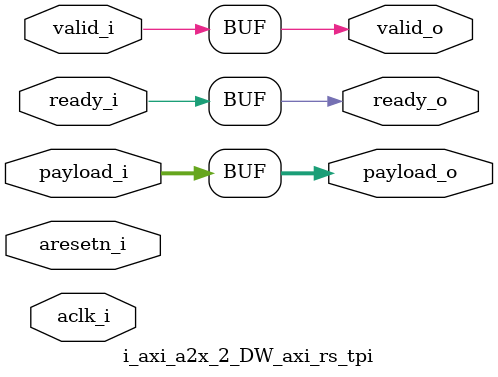
<source format=v>
/* --------------------------------------------------------------------
**
// ------------------------------------------------------------------------------
// 
// Copyright 2012 - 2023 Synopsys, INC.
// 
// This Synopsys IP and all associated documentation are proprietary to
// Synopsys, Inc. and may only be used pursuant to the terms and conditions of a
// written license agreement with Synopsys, Inc. All other use, reproduction,
// modification, or distribution of the Synopsys IP or the associated
// documentation is strictly prohibited.
// Inclusivity & Diversity - Visit SolvNetPlus to read the "Synopsys Statement on
//            Inclusivity and Diversity" (Refer to article 000036315 at
//                        https://solvnetplus.synopsys.com)
// 
// Component Name   : DW_axi_a2x
// Component Version: 2.06a
// Release Type     : GA
// Build ID         : 15.22.13.5
// ------------------------------------------------------------------------------

// 
// Release version :  2.06a
// File Version     :        $Revision: #7 $ 
// Revision: $Id: //dwh/DW_ocb/DW_axi_a2x/axi_dev_br/src/DW_axi_rs_tpi.v#7 $ 
**
** --------------------------------------------------------------------
**
** File     : DW_axi_rs_tpi.v
** Created  : 
** Abstract :
**
** --------------------------------------------------------------------
*/
`include "DW_axi_a2x_all_includes.vh"

module i_axi_a2x_2_DW_axi_rs_tpi (
 //inputs
  aclk_i,
  aresetn_i,
  valid_i,
  ready_i,
  payload_i,
  
 //outputs
  ready_o,
  valid_o,
  payload_o
);

  //parameters
  parameter TMO = 0; // 0 - pass through mode
                     // 1 - forward timing mode
                     // 2 - full timing mode
                     // 3 - backward timing mode
  parameter PLD_W = 32; // payload width

  // Timing mode Options
  localparam  RS_PSS_TMO = 0; 
  localparam  RS_FWD_TMO = 1; 
  localparam  RS_FUL_TMO = 2; 
  localparam  RS_BWD_TMO = 3; 

  //inputs
  input              aclk_i;    //clock
  input              aresetn_i; //reset
  input              ready_i;   //ready signal
  input              valid_i;   //valid signal
  input [PLD_W-1:0]  payload_i; //payload
  
  //outputs
  output             ready_o;
  output             valid_o;
  output [PLD_W-1:0] payload_o;

  wire             ready_o;
  wire             valid_o;
  wire [PLD_W-1:0] payload_o;
  
  generate if (TMO==1) begin: A_SP_PIPELINE 
  //////////////////////////////////////////////////////////////////////
  // forward timing mode
  // payload_i and valid_i have to be registered.
  //////////////////////////////////////////////////////////////////////
  reg              r_valid_fd;
  reg  [PLD_W-1:0] r_pld_fd;

  wire             s_ready_fd;
  wire             s_valid_fd;
  // wire [PLD_W-1:0] s_pld_fd;

  //--------------------------------------------------------------------
  //ready_o (s_ready_fd) generation
  //ready_o depends on ready_i and valid_o (r_valid_fd).
  //If valid_o low (no payload in register), ready_o should be high
  //which means the payload register can accept payload.
  //--------------------------------------------------------------------
  assign s_ready_fd = ready_i | (!r_valid_fd);

  
  //--------------------------------------------------------------------
  //valid_o (r_valid_fd) generation
  //valid_o depends on ready_o. If ready_o low (payload exists in the
  //register), keep previous value of valid_o.
  //--------------------------------------------------------------------
  assign s_valid_fd = s_ready_fd ? valid_i : r_valid_fd;

  always @( posedge aclk_i or negedge aresetn_i ) begin : r_valid_fd_PROC
    if ( !aresetn_i ) begin
      r_valid_fd <= 1'b0;
    end //if
    else begin
      r_valid_fd <= s_valid_fd;
    end //else
  end //always

  //--------------------------------------------------------------------
  //payload_o (r_pld_fd) loading
  //If ready_o high (payload register empty), payload_i loaded into the
  //payload register. If ready_o low, keep the payload in the register.
  //--------------------------------------------------------------------
  // assign s_pld_fd = s_ready_fd ? payload_i : r_pld_fd;

  always @( posedge aclk_i or negedge aresetn_i ) begin : r_pld_fd_PROC
    if ( !aresetn_i ) begin
      r_pld_fd <= {PLD_W{1'b0}};
    end //if
    else begin
      if (s_ready_fd) begin  
        r_pld_fd <= payload_i;
      end
    end //else
  end //always 

  assign ready_o   = s_ready_fd;
  assign valid_o   = r_valid_fd;
  assign payload_o = r_pld_fd;
  end //A_SP_PIPELINE_ONE
  

  else if(TMO==2) begin: A_SP_PIPELINE_TWO
  //////////////////////////////////////////////////////////////////////
  // full timing mode
  // all payload_i, ready_i and valid_i signals have to be registered.
  // use two payload registers to store payload and the two registers
  // organized as FIFO.
  //////////////////////////////////////////////////////////////////////
  reg              pointer_in;
  reg              pointer_out;
  reg  [1:0]       r_cnt;
  reg              r_ready_fl;
  reg              r_valid_fl;
  reg  [PLD_W-1:0] r_pld_fl_zero;
  reg  [PLD_W-1:0] r_pld_fl_one;

  wire             s_pointer_in;
  wire             s_pointer_out;
  wire [1:0]       s_cnt;
  wire [1:0]       ss_cnt;
  wire [1:0]       sss_cnt;
  wire             s_ready_fl;
  wire             ss_ready_fl;
  wire             s_ready_mux;
  wire             s_valid_fl;
  wire             ss_valid_fl;
  wire             s_valid_mux;
  wire [PLD_W-1:0] s_pld_fl;
  wire [PLD_W-1:0] s_pld_fl_zero;
  wire [PLD_W-1:0] s_pld_fl_one;
  
  //--------------------------------------------------------------------
  //pointer_in generation.Which payload register is for loading payload.
  //So if valid_i and ready_o high, pointer_in increases by 1.
  //--------------------------------------------------------------------
  assign s_pointer_in = ( valid_i & r_ready_fl ) ? 
                         !pointer_in : 
                          pointer_in;             

  always @( posedge aclk_i or negedge aresetn_i ) begin : pointer_in_PROC
    if ( !aresetn_i ) begin
      pointer_in <= 1'b0;
    end //if
    else begin
      pointer_in <= s_pointer_in;
    end //else
  end //always

  //--------------------------------------------------------------------
  //pointer_out generation. destination samples which payload register.
  //So if valid_o and ready_i high, pointer_out increases by 1.
  //--------------------------------------------------------------------
  assign s_pointer_out = ( r_valid_fl & ready_i ) ?
                          !pointer_out :
                           pointer_out;

  always @( posedge aclk_i or negedge aresetn_i ) begin : pointer_out_PROC
    if ( !aresetn_i ) begin
      pointer_out <= 1'b0;
    end //if
    else begin
      pointer_out <= s_pointer_out;
    end //else
  end //always

  //--------------------------------------------------------------------
  //r_cnt generation. Indicates the two registers full or empty.
  //If ready_i and valid_o high, r_cnt - 1;
  //If ready_o and valid_i high, r_cnt + 1;
  //If all the ready_i, ready_o, valid_i and valid_o high, r_cnt = r_cnt
  //If r_cnt = 2, two registers full.
  //If r_cnt = 0, two registers empty.
  //--------------------------------------------------------------------
  assign sss_cnt = ( ready_i & r_valid_fl ) ?
                   ( r_cnt - 2'h1 ) :
                     r_cnt;

  assign ss_cnt = ( r_ready_fl & valid_i ) ?
                  ( r_cnt + 2'h1 ) :
                    sss_cnt;

  assign s_cnt = ( valid_i & r_ready_fl & r_valid_fl & ready_i ) ?
                   r_cnt :
                   ss_cnt;

  always @( posedge aclk_i or negedge aresetn_i ) begin : r_cnt_PROC
    if ( !aresetn_i ) begin
      r_cnt <= 2'b0;
    end //if
    else begin
      r_cnt <= s_cnt;
    end //else
  end //always

  //--------------------------------------------------------------------
  //ready_o (r_ready_fl) generation
  //ready_o depends on ready_i and whether the two registers are full.
  //If ready_i and valid_o high (r_valid_fl) and r_cnt = 1, r_ready_fl
  //must go low at the next cycle if ready_i is not asserted.
  //default ready_o is 1'b1.
  //--------------------------------------------------------------------
  assign s_ready_mux = r_ready_fl & valid_i & (!(r_valid_fl & ready_i)) &
                       ( r_cnt == 2'b01 );

  assign ss_ready_fl = s_ready_mux ? 1'b0 : r_ready_fl;

  assign s_ready_fl = ready_i | ss_ready_fl;

  always @( posedge aclk_i or negedge aresetn_i ) begin : r_ready_fl_PROC
    if ( !aresetn_i ) begin
      r_ready_fl <= 1'b1;
    end //if
    else begin
      r_ready_fl <= s_ready_fl;
    end //else
  end //always

  //--------------------------------------------------------------------
  //valid_o (r_valid_fl) generation
  //valid_o depends on valid_i and whether the payload registers are
  //empty. So if ready_i and r_valid_fl(valid_o) are high and r_cnt=1,
  //r_valid_fl must go low at the next cycle if valid_i is not asserted.
  //--------------------------------------------------------------------
  assign s_valid_mux = r_valid_fl & ready_i & (!(valid_i & r_ready_fl)) &
                       ( r_cnt == 2'b01 );

  assign ss_valid_fl = s_valid_mux ? 1'b0 : r_valid_fl;

  assign s_valid_fl = valid_i | ss_valid_fl;

  always @( posedge aclk_i or negedge aresetn_i ) begin : r_valid_fl_PROC
    if ( !aresetn_i ) begin
      r_valid_fl <= 1'b0;
    end //if
    else begin
      r_valid_fl <= s_valid_fl;
    end //else
  end //always

  //--------------------------------------------------------------------
  //payload registers loading and sampling
  //If valid_i and ready_o high and pointer_in low, payload should be
  //loaded into payload register 0. If valid_i and ready_o high and 
  //pointer_in high, payload should go to payload register 1.
  //On the sampling side, if pointer_out low, pick up payload from
  //the payload register 0. If pointer_out high, pick up payload from
  //the payload register 1.
  //--------------------------------------------------------------------
  assign s_pld_fl_zero = ( valid_i & r_ready_fl & (!pointer_in) ) ?
                           payload_i :
                           r_pld_fl_zero;

  assign s_pld_fl_one = ( valid_i & r_ready_fl & pointer_in ) ?
                           payload_i :
                           r_pld_fl_one;

  always @( posedge aclk_i or negedge aresetn_i ) begin : r_pld_fl_zero_PROC
    if ( !aresetn_i ) begin
      r_pld_fl_zero <= {PLD_W{1'b0}};
    end //if
    else begin
      r_pld_fl_zero <= s_pld_fl_zero;
    end //else
  end //always
  
  always @( posedge aclk_i or negedge aresetn_i ) begin : r_pld_fl_one_PROC
    if ( !aresetn_i ) begin
      r_pld_fl_one <= {PLD_W{1'b0}};
    end //if
    else begin
      r_pld_fl_one <= s_pld_fl_one;
    end //else
  end //always

  assign s_pld_fl = pointer_out ? r_pld_fl_one : r_pld_fl_zero;
  
  assign payload_o = s_pld_fl;
  assign ready_o   = r_ready_fl;
  assign valid_o   = r_valid_fl;
  end //A_SP_PIPELINE_TWO

  else if (TMO==3) begin: A_SP_PIPELINE_THREE
  //////////////////////////////////////////////////////////////////////
  //backward register mode
  //only ready_i needs to be registered.
  //////////////////////////////////////////////////////////////////////
  reg              r_ready_bd;
  reg  [PLD_W-1:0] r_pld_bd;
  reg              r_sel;
  reg              r_valid_bd;

  wire             s_ready_bd;
  wire             s_valid_bd;
  wire             ss_valid_bd;
  wire             sss_valid_bd;
  wire [PLD_W-1:0] s_pld_bd;
  // wire [PLD_W-1:0] ss_pld_bd;
  wire             s_sel;
  wire             ss_sel;

  //--------------------------------------------------------------------
  //valid_o (s_valid_bd) generation
  //If ready_o low (one payload in the payload register), valid_o should
  //be high.
  //--------------------------------------------------------------------

  assign sss_valid_bd = r_ready_bd ? valid_i : r_valid_bd;

  always @( posedge aclk_i or negedge aresetn_i ) begin : r_valid_bd_PROC
    if ( !aresetn_i ) begin
      r_valid_bd <= 1'b0;
    end //if
    else begin
      r_valid_bd <= sss_valid_bd;
    end //else
  end //always

  assign ss_valid_bd = r_sel ? r_valid_bd : valid_i;

  
  assign s_valid_bd = ss_valid_bd | (!r_ready_bd);

  //--------------------------------------------------------------------
  //ready_o (r_ready_bd) generation
  //ready_o depends on ready_i and valid_o. If valid_o high (payload in
  //the register) and when ready_i high, the payload sampled. So
  //ready_o goes high at the next cycle (payload register empty).
  //default ready_o is 1'b1.
  //--------------------------------------------------------------------
  assign s_ready_bd = s_valid_bd ? ready_i : r_ready_bd;

  always @( posedge aclk_i or negedge aresetn_i ) begin : r_ready_bd_PROC
    if ( !aresetn_i ) begin
      r_ready_bd <= 1'b1;
    end //if
    else begin
      r_ready_bd <= s_ready_bd;
    end //else
  end //always

  //--------------------------------------------------------------------
  //r_sel generation. used to select payload from payload_i or from
  //payload register.
  //If ready_i low and valid_i high, payload not sampled by destination.
  //So s_sel goes high. If ready_i high, valid_i low and valid_o high,
  //payload sampled by destination. s_sel goes low.
  //--------------------------------------------------------------------
  assign ss_sel = ( s_valid_bd & ready_i & (!r_ready_bd) ) ? 1'b0 : r_sel;

  assign s_sel = ( valid_i & (!ready_i) ) | ss_sel;

  always @( posedge aclk_i or negedge aresetn_i ) begin : r_sel_PROC
    if ( !aresetn_i ) begin
      r_sel  <= 1'b0;
    end //if
    else begin
      r_sel  <= s_sel;
    end //else
  end //always

  //--------------------------------------------------------------------
  //payload loading and selection.
  //If r_sel is 0, payload_o (s_pld_bd) from payload_i.
  //If r_sel is 1, payload_o from payload register.
  //If ready_o high, payload_i always loaded to payload register.
  //--------------------------------------------------------------------
  // assign ss_pld_bd = r_ready_bd ? payload_i : r_pld_bd;

  always @( posedge aclk_i or negedge aresetn_i ) begin : r_pld_bd_PROC
    if ( !aresetn_i ) begin
      r_pld_bd <= {PLD_W{1'b0}};
    end //if
    else begin
      if (r_ready_bd) begin  
        r_pld_bd <= payload_i;
      end  
    end //else
  end //always

  assign s_pld_bd  = r_sel ? r_pld_bd : payload_i;
  
  assign payload_o = s_pld_bd;
  assign ready_o   = r_ready_bd;
  assign valid_o   = s_valid_bd;
  end //A_SP_PIPELINE_THREE

  else if (TMO==0) begin: A_SP_PIPELINE_ZERO
  assign payload_o = payload_i;
  assign ready_o   = ready_i;
  assign valid_o   = valid_i;
  end //A_SP_PIPELINE_ZERO
  endgenerate //TMO


endmodule
//Revision: $Id: //dwh/DW_ocb/DW_axi_a2x/axi_dev_br/src/DW_axi_rs_tpi.v#7 $

</source>
